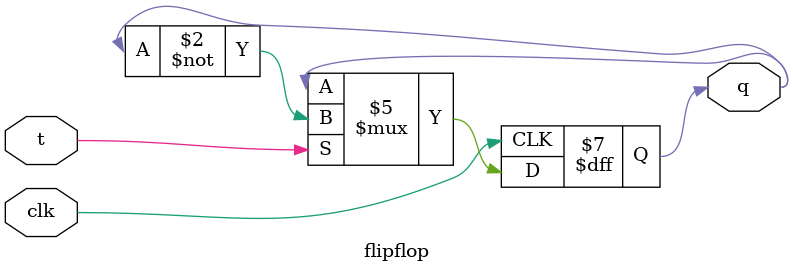
<source format=v>
module flipflop(
    input clk,
	 input t,
	 output reg q
);

    always @(posedge clk)
    begin
        if (t)
            q <= ~q; 
        else if (t)
            q <= q;    
    end

endmodule 
</source>
